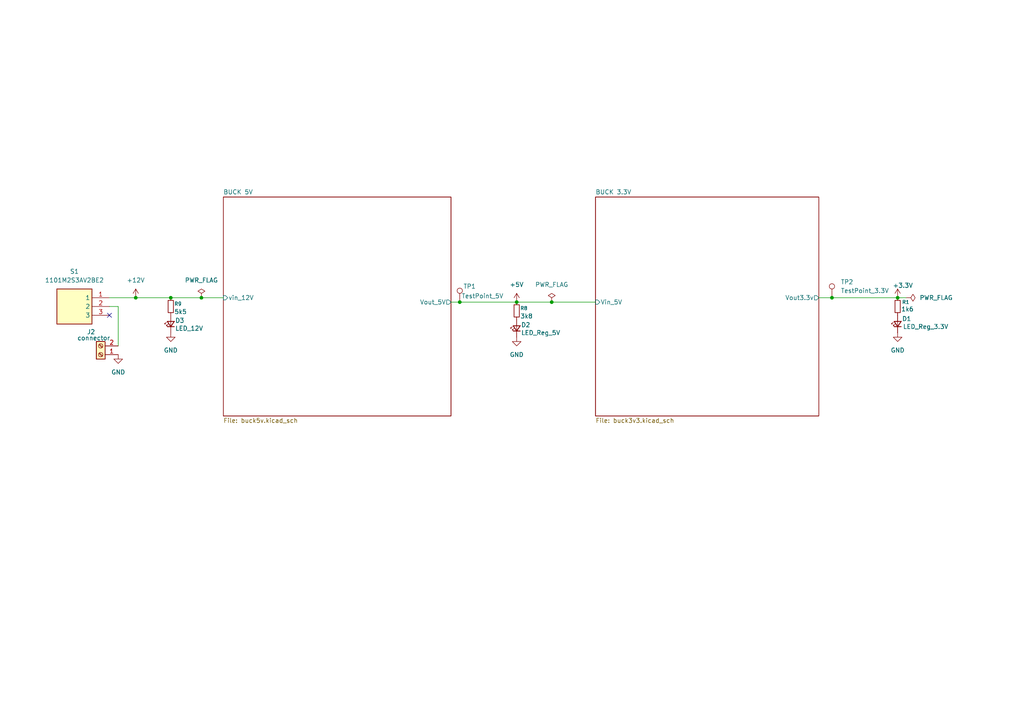
<source format=kicad_sch>
(kicad_sch (version 20250114) (generator "eeschema") (generator_version "9.0")
  (paper "A4")
  (lib_symbols
    (symbol "1101M2S3AV2BE2:1101M2S3AV2BE2"
      (property "Reference" "S" (at 16.51 7.62 0))
      (property "Value" "1101M2S3AV2BE2" (at 16.51 5.08 0))
      (symbol "1101M2S3AV2BE2_1_1"
        (rectangle (start 5.08 2.54) (end 15.24 -7.62) (stroke (width 0.254)) (fill (type background)))
        (pin passive line (at 0 0 0) (length 5.08) (name "3") (number "3"))
        (pin passive line (at 0 -2.54 0) (length 5.08) (name "2") (number "2"))
        (pin passive line (at 0 -5.08 0) (length 5.08) (name "1") (number "1"))
      )
    )
    (symbol "Connector:Screw_Terminal_01x02" (pin_names (offset 1.016) (hide yes))
      (property "Reference" "J" (at 0 2.54 0))
      (property "Value" "Screw_Terminal_01x02" (at 0 -5.08 0))
      (symbol "Screw_Terminal_01x02_1_1"
        (rectangle (start -1.27 1.27) (end 1.27 -3.81) (stroke (width 0.254)) (fill (type background)))
        (polyline (pts (xy -0.5334 0.3302) (xy 0.3302 -0.508)) (stroke (width 0.1524)))
        (polyline (pts (xy -0.5334 -2.2098) (xy 0.3302 -3.048)) (stroke (width 0.1524)))
        (polyline (pts (xy -0.3556 0.508) (xy 0.508 -0.3302)) (stroke (width 0.1524)))
        (polyline (pts (xy -0.3556 -2.032) (xy 0.508 -2.8702)) (stroke (width 0.1524)))
        (circle (center 0 0) (radius 0.635) (stroke (width 0.1524)))
        (circle (center 0 -2.54) (radius 0.635) (stroke (width 0.1524)))
        (pin passive line (at -5.08 0 0) (length 3.81) (name "Pin_1") (number "1"))
        (pin passive line (at -5.08 -2.54 0) (length 3.81) (name "Pin_2") (number "2"))
      )
    )
    (symbol "Connector:TestPoint" (pin_numbers (hide yes)) (pin_names (offset 0.762) (hide yes))
      (property "Reference" "TP" (at 0 6.858 0))
      (property "Value" "TestPoint" (at 0 5.08 0))
      (symbol "TestPoint_0_1"
        (circle (center 0 3.302) (radius 0.762))
      )
      (symbol "TestPoint_1_1"
        (pin passive line (at 0 0 90) (length 2.54) (name "1") (number "1"))
      )
    )
    (symbol "Device:LED_Small" (pin_numbers (hide yes)) (pin_names (offset 0.254) (hide yes))
      (property "Reference" "D" (at -1.27 3.175 0))
      (property "Value" "LED_Small" (at -4.445 -2.54 0))
      (symbol "LED_Small_0_1"
        (polyline (pts (xy -0.762 -1.016) (xy -0.762 1.016)) (stroke (width 0.254)))
        (polyline (pts (xy 0 0.762) (xy -0.508 1.27) (xy -0.254 1.27) (xy -0.508 1.27) (xy -0.508 1.016)))
        (polyline (pts (xy 0.508 1.27) (xy 0 1.778) (xy 0.254 1.778) (xy 0 1.778) (xy 0 1.524)))
        (polyline (pts (xy 0.762 -1.016) (xy -0.762 0) (xy 0.762 1.016) (xy 0.762 -1.016)) (stroke (width 0.254)))
        (polyline (pts (xy 1.016 0) (xy -0.762 0)))
      )
      (symbol "LED_Small_1_1"
        (pin passive line (at -2.54 0 0) (length 1.778) (name "K") (number "1"))
        (pin passive line (at 2.54 0 180) (length 1.778) (name "A") (number "2"))
      )
    )
    (symbol "Device:R_Small" (pin_numbers (hide yes)) (pin_names (offset 0.254) (hide yes))
      (property "Reference" "R" (at 0 0 90))
      (property "Value" "R_Small" (at 1.778 0 90))
      (symbol "R_Small_0_1"
        (rectangle (start -0.762 1.778) (end 0.762 -1.778) (stroke (width 0.2032)))
      )
      (symbol "R_Small_1_1"
        (pin passive line (at 0 2.54 270) (length 0.762) (name "~") (number "1"))
        (pin passive line (at 0 -2.54 90) (length 0.762) (name "~") (number "2"))
      )
    )
    (symbol "power:+12V" (power) (pin_numbers (hide yes)) (pin_names (offset 0) (hide yes))
      (property "Value" "+12V" (at 0 3.556 0))
      (symbol "+12V_0_1"
        (polyline (pts (xy -0.762 1.27) (xy 0 2.54)))
        (polyline (pts (xy 0 2.54) (xy 0.762 1.27)))
        (polyline (pts (xy 0 0) (xy 0 2.54)))
      )
      (symbol "+12V_1_1"
        (pin power_in line (at 0 0 90) (length 0) (name "~") (number "1"))
      )
    )
    (symbol "power:+3.3V" (power) (pin_numbers (hide yes)) (pin_names (offset 0) (hide yes))
      (property "Value" "+3.3V" (at 0 3.556 0))
      (symbol "+3.3V_0_1"
        (polyline (pts (xy -0.762 1.27) (xy 0 2.54)))
        (polyline (pts (xy 0 2.54) (xy 0.762 1.27)))
        (polyline (pts (xy 0 0) (xy 0 2.54)))
      )
      (symbol "+3.3V_1_1"
        (pin power_in line (at 0 0 90) (length 0) (name "~") (number "1"))
      )
    )
    (symbol "power:+5V" (power) (pin_numbers (hide yes)) (pin_names (offset 0) (hide yes))
      (property "Value" "+5V" (at 0 3.556 0))
      (symbol "+5V_0_1"
        (polyline (pts (xy -0.762 1.27) (xy 0 2.54)))
        (polyline (pts (xy 0 2.54) (xy 0.762 1.27)))
        (polyline (pts (xy 0 0) (xy 0 2.54)))
      )
      (symbol "+5V_1_1"
        (pin power_in line (at 0 0 90) (length 0) (name "~") (number "1"))
      )
    )
    (symbol "power:GND" (power) (pin_numbers (hide yes)) (pin_names (offset 0) (hide yes))
      (property "Value" "GND" (at 0 -3.81 0))
      (symbol "GND_0_1"
        (polyline (pts (xy 0 0) (xy 0 -1.27) (xy 1.27 -1.27) (xy 0 -2.54) (xy -1.27 -1.27) (xy 0 -1.27)))
      )
      (symbol "GND_1_1"
        (pin power_in line (at 0 0 270) (length 0) (name "~") (number "1"))
      )
    )
    (symbol "power:PWR_FLAG" (power) (pin_numbers (hide yes)) (pin_names (offset 0) (hide yes))
      (property "Value" "PWR_FLAG" (at 0 3.81 0))
      (symbol "PWR_FLAG_0_0"
        (pin power_out line (at 0 0 90) (length 0) (name "~") (number "1"))
      )
      (symbol "PWR_FLAG_0_1"
        (polyline (pts (xy 0 0) (xy 0 1.27) (xy -1.016 1.905) (xy 0 2.54) (xy 1.016 1.905) (xy 0 1.27)))
      )
    )
  )
  (junction (at 149.86 87.63))
  (junction (at 39.37 86.36))
  (junction (at 241.3 86.36))
  (junction (at 133.35 87.63))
  (junction (at 49.53 86.36))
  (junction (at 58.42 86.36))
  (junction (at 260.35 86.36))
  (junction (at 160.02 87.63))
  (no_connect (at 31.75 91.44))
  (wire (pts (xy 31.75 88.9) (xy 34.29 88.9)))
  (wire (pts (xy 160.02 87.63) (xy 172.72 87.63)))
  (wire (pts (xy 260.35 86.36) (xy 262.89 86.36)))
  (wire (pts (xy 133.35 87.63) (xy 149.86 87.63)))
  (wire (pts (xy 130.81 87.63) (xy 133.35 87.63)))
  (wire (pts (xy 49.53 86.36) (xy 58.42 86.36)))
  (wire (pts (xy 58.42 86.36) (xy 64.77 86.36)))
  (wire (pts (xy 31.75 86.36) (xy 39.37 86.36)))
  (wire (pts (xy 39.37 86.36) (xy 49.53 86.36)))
  (wire (pts (xy 34.29 88.9) (xy 34.29 100.33)))
  (wire (pts (xy 241.3 86.36) (xy 260.35 86.36)))
  (wire (pts (xy 237.49 86.36) (xy 241.3 86.36)))
  (wire (pts (xy 149.86 87.63) (xy 160.02 87.63)))
  (symbol (lib_id "power:+12V") (at 39.37 86.36 0) (unit 1)
    (property "Reference" "#PWR021" (effects (hide yes)))
    (property "Value" "+12V" (at 39.37 81.28 0))
    (property "Description" "Power symbol creates a global label with name \"+12V\"" (effects (hide yes)))
  )
  (symbol (lib_id "power:GND") (at 49.53 96.52 0) (unit 1)
    (property "Reference" "#PWR023" (effects (hide yes)))
    (property "Value" "GND" (at 49.53 101.6 0))
    (property "Description" "Power symbol creates a global label with name \"GND\" , ground" (effects (hide yes)))
  )
  (symbol (lib_id "power:+5V") (at 149.86 87.63 0) (unit 1)
    (property "Reference" "#PWR020" (effects (hide yes)))
    (property "Value" "+5V" (at 149.86 82.55 0))
    (property "Description" "Power symbol creates a global label with name \"+5V\"" (effects (hide yes)))
  )
  (symbol (lib_id "power:+3.3V") (at 260.35 86.36 0) (unit 1)
    (property "Reference" "#PWR012" (effects (hide yes)))
    (property "Value" "+3.3V" (at 261.874 82.804 0))
    (property "Description" "Power symbol creates a global label with name \"+3.3V\"" (effects (hide yes)))
  )
  (symbol (lib_id "power:GND") (at 34.29 102.87 0) (unit 1)
    (property "Reference" "#PWR022" (effects (hide yes)))
    (property "Value" "GND" (at 34.29 107.95 0))
    (property "Description" "Power symbol creates a global label with name \"GND\" , ground" (effects (hide yes)))
  )
  (symbol (lib_id "Device:R_Small") (at 149.86 90.17 0) (unit 1)
    (property "Reference" "R8" (at 150.876 89.408 0) (effects (font (size 1.016 1.016)) (justify left)))
    (property "Value" "3k8" (at 150.876 91.694 0) (effects (justify left)))
    (property "Description" "Resistor, small symbol" (effects (hide yes)))
  )
  (symbol (lib_id "power:PWR_FLAG") (at 262.89 86.36 270) (unit 1)
    (property "Reference" "#FLG02" (effects (hide yes)))
    (property "Value" "PWR_FLAG" (at 266.7 86.3599 90) (effects (justify left)))
    (property "Description" "Special symbol for telling ERC where power comes from" (effects (hide yes)))
  )
  (symbol (lib_id "power:PWR_FLAG") (at 58.42 86.36 0) (unit 1)
    (property "Reference" "#FLG03" (effects (hide yes)))
    (property "Value" "PWR_FLAG" (at 58.42 81.28 0))
    (property "Description" "Special symbol for telling ERC where power comes from" (effects (hide yes)))
  )
  (symbol (lib_id "power:GND") (at 149.86 97.79 0) (unit 1)
    (property "Reference" "#PWR019" (effects (hide yes)))
    (property "Value" "GND" (at 149.86 102.87 0))
    (property "Description" "Power symbol creates a global label with name \"GND\" , ground" (effects (hide yes)))
  )
  (symbol (lib_id "Device:LED_Small") (at 260.35 93.98 90) (unit 1)
    (property "Reference" "D1" (at 261.62 92.456 90) (effects (justify right)))
    (property "Value" "LED_Reg_3.3V" (at 261.874 94.742 90) (effects (justify right)))
    (property "Description" "Light emitting diode, small symbol" (effects (hide yes)))
    (property "Sim.Pin" "1=K 2=A" (effects (hide yes)))
  )
  (symbol (lib_id "Device:LED_Small") (at 49.53 93.98 90) (unit 1)
    (property "Reference" "D3" (at 50.8 92.964 90) (effects (justify right)))
    (property "Value" "LED_12V" (at 50.8 95.25 90) (effects (justify right)))
    (property "Description" "Light emitting diode, small symbol" (effects (hide yes)))
    (property "Sim.Pin" "1=K 2=A" (effects (hide yes)))
  )
  (symbol (lib_id "Connector:TestPoint") (at 241.3 86.36 0) (unit 1)
    (property "Reference" "TP2" (at 243.84 81.7879 0) (effects (justify left)))
    (property "Value" "TestPoint_3.3V" (at 243.84 84.3279 0) (effects (justify left)))
    (property "Description" "test point" (effects (hide yes)))
  )
  (symbol (lib_id "power:PWR_FLAG") (at 160.02 87.63 0) (unit 1)
    (property "Reference" "#FLG01" (effects (hide yes)))
    (property "Value" "PWR_FLAG" (at 160.02 82.55 0))
    (property "Description" "Special symbol for telling ERC where power comes from" (effects (hide yes)))
  )
  (symbol (lib_id "1101M2S3AV2BE2:1101M2S3AV2BE2") (at 31.75 91.44 180) (unit 1)
    (property "Reference" "S1" (at 21.59 78.74 0))
    (property "Value" "1101M2S3AV2BE2" (at 21.59 81.28 0))
    (property "Footprint" "SWITCH:1000-SERIES_SPDT_" (effects (hide yes)))
    (property "Datasheet" "https://www.ckswitches.com/media/1429/1000.pdf" (effects (hide yes)))
    (property "Description" "1101M2S3AV2BE2 (Slide Switches)" (effects (hide yes)))
    (property "Manufacturer_Name" "C & K COMPONENTS" (effects (hide yes)))
    (property "Manufacturer_Part_Number" "1101M2S3AV2BE2" (effects (hide yes)))
  )
  (symbol (lib_id "Device:R_Small") (at 260.35 88.9 0) (unit 1)
    (property "Reference" "R1" (at 261.62 87.63 0) (effects (font (size 1.016 1.016)) (justify left)))
    (property "Value" "1k6" (at 261.366 89.662 0) (effects (justify left)))
    (property "Description" "Resistor, small symbol" (effects (hide yes)))
  )
  (symbol (lib_id "Connector:TestPoint") (at 133.35 87.63 0) (unit 1)
    (property "Reference" "TP1" (at 134.366 83.058 0) (effects (justify left)))
    (property "Value" "TestPoint_5V" (at 133.858 85.852 0) (effects (justify left)))
    (property "Description" "test point" (effects (hide yes)))
  )
  (symbol (lib_id "Device:R_Small") (at 49.53 88.9 0) (unit 1)
    (property "Reference" "R9" (at 50.546 88.138 0) (effects (font (size 1.016 1.016)) (justify left)))
    (property "Value" "5k5" (at 50.546 90.424 0) (effects (justify left)))
    (property "Description" "Resistor, small symbol" (effects (hide yes)))
  )
  (symbol (lib_id "power:GND") (at 260.35 96.52 0) (unit 1)
    (property "Reference" "#PWR011" (effects (hide yes)))
    (property "Value" "GND" (at 260.35 101.6 0))
    (property "Description" "Power symbol creates a global label with name \"GND\" , ground" (effects (hide yes)))
  )
  (symbol (lib_id "Device:LED_Small") (at 149.86 95.25 90) (unit 1)
    (property "Reference" "D2" (at 151.13 94.234 90) (effects (justify right)))
    (property "Value" "LED_Reg_5V" (at 151.13 96.52 90) (effects (justify right)))
    (property "Description" "Light emitting diode, small symbol" (effects (hide yes)))
    (property "Sim.Pin" "1=K 2=A" (effects (hide yes)))
  )
  (symbol (lib_id "Connector:Screw_Terminal_01x02") (at 29.21 102.87 180) (unit 1)
    (property "Reference" "J2" (at 26.416 96.266 0))
    (property "Value" "connector" (at 27.178 98.044 0))
    (property "Description" "Generic screw terminal, single row, 01x02, script generated (kicad-library-utils/schlib/autogen/connector/)" (effects (hide yes)))
  )
  (sheet (at 64.77 57.15) (size 66.04 63.5) (stroke (width 0.1524))
    (property "Sheetname" "BUCK 5V" (at 64.77 56.4384 0) (effects (justify left bottom)))
    (property "Sheetfile" "buck5v.kicad_sch" (at 64.77 121.2346 0) (effects (justify left top)))
    (pin "vin_12V" input (at 64.77 86.36 180))
    (pin "Vout_5V" output (at 130.81 87.63 0))
  )
  (sheet (at 172.72 57.15) (size 64.77 63.5) (stroke (width 0.1524))
    (property "Sheetname" "BUCK 3.3V" (at 172.72 56.4384 0) (effects (justify left bottom)))
    (property "Sheetfile" "buck3v3.kicad_sch" (at 172.72 121.2346 0) (effects (justify left top)))
    (pin "Vout3.3v" output (at 237.49 86.36 0))
    (pin "Vin_5V" input (at 172.72 87.63 180))
  )
)
</source>
